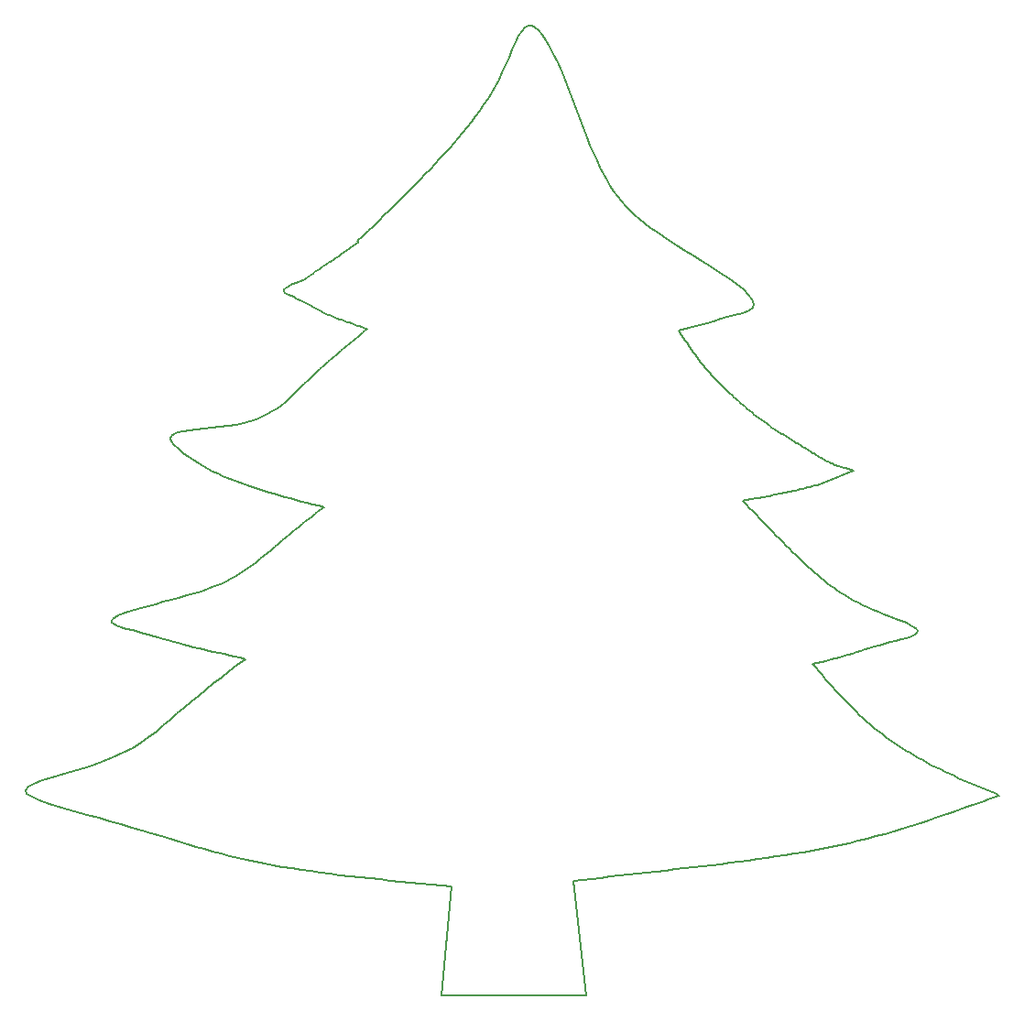
<source format=gko>
G04 #@! TF.GenerationSoftware,KiCad,Pcbnew,5.0.1*
G04 #@! TF.CreationDate,2018-11-24T16:53:29-06:00*
G04 #@! TF.ProjectId,chrimbus,636872696D6275732E6B696361645F70,rev?*
G04 #@! TF.SameCoordinates,Original*
G04 #@! TF.FileFunction,Profile,NP*
%FSLAX46Y46*%
G04 Gerber Fmt 4.6, Leading zero omitted, Abs format (unit mm)*
G04 Created by KiCad (PCBNEW 5.0.1) date Sat 24 Nov 2018 04:53:29 PM CST*
%MOMM*%
%LPD*%
G01*
G04 APERTURE LIST*
%ADD10C,0.200000*%
G04 APERTURE END LIST*
D10*
X188301315Y-86061698D02*
X188177881Y-85969246D01*
X188425259Y-86153462D02*
X188301315Y-86061698D01*
X181475454Y-77630938D02*
X181516917Y-77620469D01*
X181433985Y-77641382D02*
X181475454Y-77630938D01*
X151075583Y-69621259D02*
X151077005Y-69622875D01*
X151074138Y-69619661D02*
X151075583Y-69621259D01*
X151072673Y-69618081D02*
X151074138Y-69619661D01*
X198632074Y-103643772D02*
X198156885Y-103431878D01*
X137654287Y-90852448D02*
X138101209Y-91070475D01*
X137208163Y-90619803D02*
X137654287Y-90852448D01*
X136761241Y-90370320D02*
X137208163Y-90619803D01*
X148303918Y-71598327D02*
X148139003Y-71706244D01*
X148469376Y-71490341D02*
X148303918Y-71598327D01*
X148539173Y-71463041D02*
X148483505Y-71502380D01*
X188420851Y-93254601D02*
X188642974Y-93212272D01*
X188198715Y-93296687D02*
X188420851Y-93254601D01*
X193940226Y-125754219D02*
X194780394Y-125587502D01*
X193098060Y-125912685D02*
X193940226Y-125754219D01*
X192254065Y-126063445D02*
X193098060Y-125912685D01*
X191408410Y-126207046D02*
X192254065Y-126063445D01*
X202176196Y-105087146D02*
X201760437Y-104890317D01*
X190927095Y-98002482D02*
X190627474Y-97704139D01*
X191225196Y-98296745D02*
X190927095Y-98002482D01*
X139674353Y-107986868D02*
X140161099Y-108094377D01*
X139188319Y-107879040D02*
X139674353Y-107986868D01*
X138703353Y-107770735D02*
X139188319Y-107879040D01*
X180968902Y-78217448D02*
X180961370Y-78204900D01*
X180976425Y-78230000D02*
X180968902Y-78217448D01*
X144899001Y-74649536D02*
X145113165Y-74752306D01*
X144687529Y-74545265D02*
X144899001Y-74649536D01*
X144494589Y-74440346D02*
X144687529Y-74545265D01*
X135243298Y-102353474D02*
X134522783Y-102556254D01*
X135942978Y-102145560D02*
X135243298Y-102353474D01*
X136610720Y-101932299D02*
X135942978Y-102145560D01*
X195408974Y-91416175D02*
X195616207Y-91325367D01*
X195201045Y-91505073D02*
X195408974Y-91416175D01*
X201760437Y-104890317D02*
X201279083Y-104688682D01*
X173759641Y-63373114D02*
X173450432Y-62775116D01*
X174073928Y-63934181D02*
X173759641Y-63373114D01*
X181771841Y-79398805D02*
X181735739Y-79346383D01*
X181807950Y-79451224D02*
X181771841Y-79398805D01*
X167791068Y-50078804D02*
X167460202Y-49796817D01*
X168126945Y-50480615D02*
X167791068Y-50078804D01*
X181043835Y-78343155D02*
X181036364Y-78330570D01*
X181051302Y-78355741D02*
X181043835Y-78343155D01*
X147498014Y-75996027D02*
X147655315Y-76073496D01*
X147342448Y-75917327D02*
X147498014Y-75996027D01*
X147187816Y-75837332D02*
X147342448Y-75917327D01*
X192988070Y-89082422D02*
X192871503Y-89009903D01*
X193104708Y-89154925D02*
X192988070Y-89082422D01*
X184594299Y-76769296D02*
X185225561Y-76574209D01*
X183968403Y-76960371D02*
X184594299Y-76769296D01*
X195072505Y-101672775D02*
X194752861Y-101440620D01*
X183218493Y-81333774D02*
X183166439Y-81273700D01*
X183270629Y-81393777D02*
X183218493Y-81333774D01*
X151071189Y-69616518D02*
X151072673Y-69618081D01*
X151069688Y-69614971D02*
X151071189Y-69616518D01*
X151068169Y-69613438D02*
X151069688Y-69614971D01*
X182138303Y-77461244D02*
X182179706Y-77450539D01*
X182096899Y-77471942D02*
X182138303Y-77461244D01*
X193718617Y-92053229D02*
X193933589Y-91983788D01*
X193502691Y-92119956D02*
X193718617Y-92053229D01*
X176647399Y-67140521D02*
X176220472Y-66733655D01*
X177101431Y-67540263D02*
X176647399Y-67140521D01*
X182303904Y-77418390D02*
X182345301Y-77407663D01*
X182262506Y-77429112D02*
X182303904Y-77418390D01*
X179874541Y-69562498D02*
X179243680Y-69142494D01*
X180549027Y-69997732D02*
X179874541Y-69562498D01*
X152987798Y-67680541D02*
X152498357Y-68154265D01*
X153475710Y-67206588D02*
X152987798Y-67680541D01*
X153961710Y-66732349D02*
X153475710Y-67206588D01*
X187091028Y-85106550D02*
X186973040Y-85007353D01*
X187209571Y-85205101D02*
X187091028Y-85106550D01*
X151052360Y-69598707D02*
X151053972Y-69600146D01*
X151050744Y-69597271D02*
X151052360Y-69598707D01*
X151049126Y-69595839D02*
X151050744Y-69597271D01*
X182635056Y-77332489D02*
X182676448Y-77321744D01*
X182593664Y-77343234D02*
X182635056Y-77332489D01*
X185901160Y-76384465D02*
X186601872Y-76195807D01*
X185225561Y-76574209D02*
X185901160Y-76384465D01*
X165327927Y-51871677D02*
X165032260Y-52579791D01*
X165619514Y-51199930D02*
X165327927Y-51871677D01*
X189110375Y-96161436D02*
X188803916Y-95844736D01*
X189415966Y-96475804D02*
X189110375Y-96161436D01*
X190337392Y-87453207D02*
X190207606Y-87370002D01*
X190467356Y-87536147D02*
X190337392Y-87453207D01*
X141843096Y-92505091D02*
X142333894Y-92658792D01*
X141356712Y-92346737D02*
X141843096Y-92505091D01*
X140875109Y-92183344D02*
X141356712Y-92346737D01*
X206988784Y-119394004D02*
X206572734Y-119207576D01*
X187328683Y-85302984D02*
X187209571Y-85205101D01*
X187448359Y-85400195D02*
X187328683Y-85302984D01*
X162700381Y-56965824D02*
X162329707Y-57506357D01*
X163062139Y-56408170D02*
X162700381Y-56965824D01*
X202749439Y-105805673D02*
X202811830Y-105638379D01*
X151199178Y-77443049D02*
X151388113Y-77506269D01*
X151010676Y-77379635D02*
X151199178Y-77443049D01*
X150822715Y-77315978D02*
X151010676Y-77379635D01*
X191820795Y-88368212D02*
X191703841Y-88298009D01*
X191937720Y-88438568D02*
X191820795Y-88368212D01*
X200954644Y-116186579D02*
X200578844Y-115932779D01*
X180977425Y-77754659D02*
X181018954Y-77744453D01*
X180935894Y-77764854D02*
X180977425Y-77754659D01*
X180938726Y-78167286D02*
X180931167Y-78154755D01*
X180946281Y-78179820D02*
X180938726Y-78167286D01*
X196476432Y-102570336D02*
X196103482Y-102350034D01*
X184846690Y-83075248D02*
X184790145Y-83019383D01*
X184903336Y-83131013D02*
X184846690Y-83075248D01*
X188549707Y-86244535D02*
X188425259Y-86153462D01*
X188674650Y-86334916D02*
X188549707Y-86244535D01*
X199659527Y-104065360D02*
X199132458Y-103854840D01*
X150427600Y-70119486D02*
X150372026Y-70158958D01*
X150483189Y-70080035D02*
X150427600Y-70119486D01*
X150538790Y-70040603D02*
X150483189Y-70080035D01*
X180863086Y-78042003D02*
X180855537Y-78029465D01*
X180870640Y-78054537D02*
X180863086Y-78042003D01*
X199729406Y-106801433D02*
X200259612Y-106669933D01*
X145307366Y-73458588D02*
X145070582Y-73553194D01*
X145540564Y-73363273D02*
X145307366Y-73458588D01*
X145759418Y-73266822D02*
X145540564Y-73363273D01*
X149095588Y-71069276D02*
X149039986Y-71108708D01*
X149151176Y-71029825D02*
X149095588Y-71069276D01*
X149206750Y-70990353D02*
X149151176Y-71029825D01*
X136311929Y-90101777D02*
X136761241Y-90370320D01*
X135858632Y-89811952D02*
X136311929Y-90101777D01*
X135399755Y-89498622D02*
X135858632Y-89811952D01*
X180832941Y-77991823D02*
X180825426Y-77979265D01*
X180840465Y-78004376D02*
X180832941Y-77991823D01*
X186159569Y-84298493D02*
X186044692Y-84195676D01*
X186274705Y-84401009D02*
X186159569Y-84298493D01*
X148704408Y-80385805D02*
X148314695Y-80724436D01*
X149099389Y-80047899D02*
X148704408Y-80385805D01*
X149498979Y-79710627D02*
X149099389Y-80047899D01*
X180894361Y-77775039D02*
X180935894Y-77764854D01*
X180852825Y-77785218D02*
X180894361Y-77775039D01*
X184537141Y-72482012D02*
X183700961Y-71951459D01*
X185334994Y-73013153D02*
X184537141Y-72482012D01*
X188054963Y-85876108D02*
X187932568Y-85782285D01*
X188177881Y-85969246D02*
X188054963Y-85876108D01*
X190641136Y-92815404D02*
X190863017Y-92768984D01*
X190419223Y-92861278D02*
X190641136Y-92815404D01*
X139790596Y-86535052D02*
X139070061Y-86647870D01*
X140466986Y-86396226D02*
X139790596Y-86535052D01*
X141091914Y-86229155D02*
X140466986Y-86396226D01*
X180893330Y-78092123D02*
X180885764Y-78079596D01*
X180900899Y-78104649D02*
X180893330Y-78092123D01*
X148996672Y-76655430D02*
X149173270Y-76724174D01*
X148821806Y-76585910D02*
X148996672Y-76655430D01*
X148648779Y-76515567D02*
X148821806Y-76585910D01*
X181226538Y-77693193D02*
X181268040Y-77682882D01*
X181185031Y-77703481D02*
X181226538Y-77693193D01*
X182552272Y-77353978D02*
X182593664Y-77343234D01*
X182510879Y-77364720D02*
X182552272Y-77353978D01*
X194407324Y-89912122D02*
X194286463Y-89848858D01*
X194528883Y-89973723D02*
X194407324Y-89912122D01*
X204509928Y-118226462D02*
X204102732Y-118018929D01*
X199842003Y-115406295D02*
X199481500Y-115133177D01*
X150928272Y-69764955D02*
X150872611Y-69804305D01*
X150983936Y-69725611D02*
X150928272Y-69764955D01*
X151039603Y-69686270D02*
X150983936Y-69725611D01*
X150761305Y-69883025D02*
X150705663Y-69922400D01*
X150816955Y-69843661D02*
X150761305Y-69883025D01*
X150872611Y-69804305D02*
X150816955Y-69843661D01*
X173143546Y-62136459D02*
X172836232Y-61453419D01*
X173450432Y-62775116D02*
X173143546Y-62136459D01*
X148928748Y-71187524D02*
X148873114Y-71226911D01*
X148984372Y-71148124D02*
X148928748Y-71187524D01*
X149039986Y-71108708D02*
X148984372Y-71148124D01*
X132633775Y-106247553D02*
X133087737Y-106376170D01*
X132174289Y-106116510D02*
X132633775Y-106247553D01*
X131706372Y-105982960D02*
X132174289Y-106116510D01*
X194752861Y-101440620D02*
X194442589Y-101204790D01*
X181269892Y-70451922D02*
X180549027Y-69997732D01*
X182039891Y-70928794D02*
X181269892Y-70451922D01*
X144336051Y-74335636D02*
X144494589Y-74440346D01*
X144227785Y-74231988D02*
X144336051Y-74335636D01*
X144185477Y-74130251D02*
X144227785Y-74231988D01*
X175817897Y-66315938D02*
X175436920Y-65883644D01*
X176220472Y-66733655D02*
X175817897Y-66315938D01*
X196234728Y-91044208D02*
X196440173Y-90948487D01*
X196028985Y-91139110D02*
X196234728Y-91044208D01*
X190597467Y-87618864D02*
X190467356Y-87536147D01*
X190727697Y-87701405D02*
X190597467Y-87618864D01*
X194166246Y-89784068D02*
X194046623Y-89717889D01*
X194286463Y-89848858D02*
X194166246Y-89784068D01*
X194592850Y-110403751D02*
X194288814Y-110061800D01*
X151047506Y-69594411D02*
X151049126Y-69595839D01*
X151045884Y-69592986D02*
X151047506Y-69594411D01*
X151044260Y-69591563D02*
X151045884Y-69592986D01*
X182386697Y-77396932D02*
X182428092Y-77386198D01*
X182345301Y-77407663D02*
X182386697Y-77396932D01*
X194147537Y-91911468D02*
X194360390Y-91836104D01*
X193933589Y-91983788D02*
X194147537Y-91911468D01*
X185472901Y-83678572D02*
X185358802Y-83574849D01*
X185587037Y-83782251D02*
X185472901Y-83678572D01*
X182281152Y-80129973D02*
X182244316Y-80078070D01*
X182318080Y-80181812D02*
X182281152Y-80129973D01*
X183852364Y-82046565D02*
X183798716Y-81987898D01*
X183906177Y-82105081D02*
X183852364Y-82046565D01*
X181060479Y-77734234D02*
X181102000Y-77724000D01*
X181018954Y-77744453D02*
X181060479Y-77734234D01*
X177585321Y-67936605D02*
X177101431Y-67540263D01*
X178101824Y-68333273D02*
X177585321Y-67936605D01*
X184621229Y-82851069D02*
X184565201Y-82794688D01*
X184677403Y-82907304D02*
X184621229Y-82851069D01*
X138438333Y-109896586D02*
X137715735Y-110460763D01*
X139169947Y-109331911D02*
X138438333Y-109896586D01*
X139907571Y-108766903D02*
X139169947Y-109331911D01*
X187644295Y-75356729D02*
X187511671Y-74960199D01*
X187549155Y-75698826D02*
X187644295Y-75356729D01*
X194572094Y-91757577D02*
X194782704Y-91676047D01*
X194360390Y-91836104D02*
X194572094Y-91757577D01*
X133063655Y-102947257D02*
X132347250Y-103135905D01*
X133792534Y-102754111D02*
X133063655Y-102947257D01*
X134522783Y-102556254D02*
X133792534Y-102754111D01*
X197164540Y-107571558D02*
X197544684Y-107447024D01*
X151516418Y-69101259D02*
X151024683Y-69574641D01*
X152007770Y-68627819D02*
X151516418Y-69101259D01*
X152498357Y-68154265D02*
X152007770Y-68627819D01*
X181807002Y-77546577D02*
X181848425Y-77535950D01*
X181765576Y-77557189D02*
X181807002Y-77546577D01*
X137236295Y-101713500D02*
X136610720Y-101932299D01*
X137818185Y-101489166D02*
X137236295Y-101713500D01*
X138359854Y-101259412D02*
X137818185Y-101489166D01*
X193455569Y-89370964D02*
X193338406Y-89299333D01*
X193573012Y-89442029D02*
X193455569Y-89370964D01*
X150260927Y-70237968D02*
X150205404Y-70277511D01*
X150316468Y-70198451D02*
X150260927Y-70237968D01*
X150372026Y-70158958D02*
X150316468Y-70198451D01*
X128465435Y-104974739D02*
X128764140Y-105125931D01*
X128311846Y-104821587D02*
X128465435Y-104974739D01*
X128292862Y-104666268D02*
X128311846Y-104821587D01*
X197544684Y-107447024D02*
X197934744Y-107320443D01*
X202544089Y-105964419D02*
X202749439Y-105805673D01*
X193382363Y-109029052D02*
X193081156Y-108683654D01*
X198092814Y-113975634D02*
X197757665Y-113671599D01*
X185073771Y-83297816D02*
X185016888Y-83242286D01*
X185130709Y-83353290D02*
X185073771Y-83297816D01*
X195207201Y-108153018D02*
X195616353Y-108042300D01*
X183960156Y-82163445D02*
X183906177Y-82105081D01*
X184014302Y-82221653D02*
X183960156Y-82163445D01*
X198156885Y-103431878D02*
X197705309Y-103218872D01*
X197099810Y-113048363D02*
X196776540Y-112729851D01*
X180817919Y-77966703D02*
X180810419Y-77954136D01*
X180825426Y-77979265D02*
X180817919Y-77966703D01*
X202108343Y-116912807D02*
X201719662Y-116676377D01*
X180847997Y-78016923D02*
X180840465Y-78004376D01*
X180855537Y-78029465D02*
X180847997Y-78016923D01*
X196787544Y-107693658D02*
X197164540Y-107571558D01*
X166506988Y-49799159D02*
X166205352Y-50124361D01*
X166817231Y-49644057D02*
X166506988Y-49799159D01*
X171885982Y-59108898D02*
X171556449Y-58242868D01*
X172209350Y-59939507D02*
X171885982Y-59108898D01*
X122839251Y-119128881D02*
X121874834Y-119438465D01*
X123931517Y-118808113D02*
X122839251Y-119128881D01*
X125093330Y-118471393D02*
X123931517Y-118808113D01*
X121650778Y-121304881D02*
X122590126Y-121632441D01*
X120917347Y-120979825D02*
X121650778Y-121304881D01*
X120455915Y-120659921D02*
X120917347Y-120979825D01*
X172525734Y-60722269D02*
X172209350Y-59939507D01*
X172836232Y-61453419D02*
X172525734Y-60722269D01*
X129696628Y-105422107D02*
X130222960Y-105566461D01*
X129192022Y-105275155D02*
X129696628Y-105422107D01*
X128764140Y-105125931D02*
X129192022Y-105275155D01*
X144629894Y-73742015D02*
X144447807Y-73837099D01*
X144841122Y-73647525D02*
X144629894Y-73742015D01*
X145070582Y-73553194D02*
X144841122Y-73647525D01*
X193927539Y-89650459D02*
X193808945Y-89581913D01*
X194046623Y-89717889D02*
X193927539Y-89650459D01*
X195148962Y-90251966D02*
X195023134Y-90200743D01*
X195275794Y-90300719D02*
X195148962Y-90251966D01*
X144214690Y-74030783D02*
X144185477Y-74130251D01*
X144305769Y-73933210D02*
X144214690Y-74030783D01*
X144447807Y-73837099D02*
X144305769Y-73933210D01*
X175074789Y-65433047D02*
X174728748Y-64960421D01*
X175436920Y-65883644D02*
X175074789Y-65433047D01*
X180953829Y-78192358D02*
X180946281Y-78179820D01*
X180961370Y-78204900D02*
X180953829Y-78192358D01*
X144377758Y-84441336D02*
X143994595Y-84748219D01*
X144743752Y-84122918D02*
X144377758Y-84441336D01*
X145096920Y-83795075D02*
X144743752Y-84122918D01*
X180811289Y-77795391D02*
X180852825Y-77785218D01*
X180769751Y-77805560D02*
X180811289Y-77795391D01*
X147812974Y-71921585D02*
X147652946Y-72028870D01*
X147975174Y-71814020D02*
X147812974Y-71921585D01*
X148139003Y-71706244D02*
X147975174Y-71814020D01*
X148477701Y-76444352D02*
X148648779Y-76515567D01*
X148308678Y-76372216D02*
X148477701Y-76444352D01*
X148141820Y-76299111D02*
X148308678Y-76372216D01*
X187194961Y-75977387D02*
X187549155Y-75698826D01*
X186601872Y-76195807D02*
X187194961Y-75977387D01*
X146562587Y-75503072D02*
X146721503Y-75588911D01*
X146400595Y-75415608D02*
X146562587Y-75503072D01*
X146234725Y-75326453D02*
X146400595Y-75415608D01*
X168466902Y-50989312D02*
X168126945Y-50480615D01*
X168810009Y-51591957D02*
X168466902Y-50989312D01*
X182429347Y-80336984D02*
X182392184Y-80285312D01*
X182466576Y-80388609D02*
X182429347Y-80336984D01*
X200259612Y-106669933D02*
X200799330Y-106536764D01*
X200753942Y-104483283D02*
X200206821Y-104275162D01*
X202723700Y-105462219D02*
X202504553Y-105278127D01*
X161166584Y-59047608D02*
X160762641Y-59542036D01*
X161562569Y-58545011D02*
X161166584Y-59047608D01*
X164728801Y-53284751D02*
X164415217Y-53961581D01*
X165032260Y-52579791D02*
X164728801Y-53284751D01*
X191084854Y-92721967D02*
X191306588Y-92674216D01*
X190863017Y-92768984D02*
X191084854Y-92721967D01*
X136781298Y-107329562D02*
X137258428Y-107441366D01*
X136307016Y-107216485D02*
X136781298Y-107329562D01*
X135835940Y-107101977D02*
X136307016Y-107216485D01*
X151079785Y-69626165D02*
X151081144Y-69627836D01*
X151078406Y-69624511D02*
X151079785Y-69626165D01*
X151077005Y-69622875D02*
X151078406Y-69624511D01*
X195822844Y-91232921D02*
X196028985Y-91139110D01*
X195616207Y-91325367D02*
X195822844Y-91232921D01*
X189306553Y-86776399D02*
X189179251Y-86689471D01*
X189434270Y-86862706D02*
X189306553Y-86776399D01*
X147033316Y-75755974D02*
X147187816Y-75837332D01*
X146878145Y-75673189D02*
X147033316Y-75755974D01*
X146721503Y-75588911D02*
X146878145Y-75673189D01*
X139003823Y-91471568D02*
X139462670Y-91659045D01*
X138550523Y-91276108D02*
X139003823Y-91471568D01*
X138101209Y-91070475D02*
X138550523Y-91276108D01*
X203697951Y-117807120D02*
X203295854Y-117590820D01*
X133990719Y-106626447D02*
X134445503Y-106748271D01*
X133539083Y-106502441D02*
X133990719Y-106626447D01*
X133087737Y-106376170D02*
X133539083Y-106502441D01*
X146706845Y-127824555D02*
X147597413Y-127947881D01*
X145825617Y-127695674D02*
X146706845Y-127824555D01*
X144954394Y-127560841D02*
X145825617Y-127695674D01*
X144093845Y-127419659D02*
X144954394Y-127560841D01*
X151061956Y-69607436D02*
X151063528Y-69608919D01*
X151060375Y-69605962D02*
X151061956Y-69607436D01*
X151058784Y-69604497D02*
X151060375Y-69605962D01*
X193683853Y-109374106D02*
X193382363Y-109029052D01*
X198432490Y-114274154D02*
X198092814Y-113975634D01*
X167135279Y-49647589D02*
X166817231Y-49644057D01*
X167460202Y-49796817D02*
X167135279Y-49647589D01*
X201719662Y-116676377D02*
X201335007Y-116434373D01*
X197287220Y-125032380D02*
X198117706Y-124827195D01*
X196454060Y-125227129D02*
X197287220Y-125032380D01*
X195618395Y-125411988D02*
X196454060Y-125227129D01*
X194780394Y-125587502D02*
X195618395Y-125411988D01*
X154036851Y-128688947D02*
X154978118Y-128782116D01*
X153099587Y-128593398D02*
X154036851Y-128688947D01*
X152166993Y-128495070D02*
X153099587Y-128593398D01*
X151239735Y-128393569D02*
X152166993Y-128495070D01*
X173526632Y-128437695D02*
X174377953Y-128343208D01*
X172675361Y-128531956D02*
X173526632Y-128437695D01*
X171824125Y-128626068D02*
X172675361Y-128531956D01*
X170972906Y-128720105D02*
X171824125Y-128626068D01*
X132416469Y-114901579D02*
X131730900Y-115423261D01*
X133071003Y-114366484D02*
X132416469Y-114901579D01*
X133707217Y-113820818D02*
X133071003Y-114366484D01*
X208240336Y-119938397D02*
X207822665Y-119759078D01*
X207822665Y-119759078D02*
X207405456Y-119577727D01*
X193985909Y-109718470D02*
X193683853Y-109374106D01*
X180998948Y-78267687D02*
X180991448Y-78255120D01*
X181006442Y-78280257D02*
X180998948Y-78267687D01*
X146722184Y-95094532D02*
X146326987Y-95406791D01*
X147119742Y-94781324D02*
X146722184Y-95094532D01*
X147518872Y-94467483D02*
X147119742Y-94781324D01*
X147918789Y-94153327D02*
X147518872Y-94467483D01*
X147403715Y-94025214D02*
X147918789Y-94153327D01*
X146889009Y-93896714D02*
X147403715Y-94025214D01*
X182061471Y-79817610D02*
X182025121Y-79765363D01*
X182097885Y-79869813D02*
X182061471Y-79817610D01*
X145546817Y-96027201D02*
X145163418Y-96334719D01*
X145934935Y-95717787D02*
X145546817Y-96027201D01*
X146326987Y-95406791D02*
X145934935Y-95717787D01*
X191352851Y-88088068D02*
X191235828Y-88018224D01*
X191469864Y-88157963D02*
X191352851Y-88088068D01*
X182221107Y-77439828D02*
X182262506Y-77429112D01*
X182179706Y-77450539D02*
X182221107Y-77439828D01*
X206157491Y-119018172D02*
X205743320Y-118825575D01*
X182503864Y-80440193D02*
X182466576Y-80388609D01*
X182541204Y-80491739D02*
X182503864Y-80440193D01*
X181972673Y-77503991D02*
X182014084Y-77493316D01*
X181931260Y-77514655D02*
X181972673Y-77503991D01*
X163414741Y-55831156D02*
X163062139Y-56408170D01*
X163757948Y-55232546D02*
X163414741Y-55831156D01*
X192754954Y-88937505D02*
X192638372Y-88865363D01*
X192871503Y-89009903D02*
X192754954Y-88937505D01*
X181073692Y-78393507D02*
X181066230Y-78380918D01*
X181081154Y-78406097D02*
X181073692Y-78393507D01*
X203295854Y-117590820D02*
X202896707Y-117369812D01*
X188496697Y-95525997D02*
X188188827Y-95205510D01*
X188803916Y-95844736D02*
X188496697Y-95525997D01*
X191586862Y-88227935D02*
X191469864Y-88157963D01*
X191703841Y-88298009D02*
X191586862Y-88227935D01*
X181392509Y-77651798D02*
X181433985Y-77641382D01*
X181351026Y-77662186D02*
X181392509Y-77651798D01*
X192411239Y-92418648D02*
X192630869Y-92363019D01*
X192191081Y-92472552D02*
X192411239Y-92418648D01*
X187976565Y-93338561D02*
X188198715Y-93296687D01*
X187754405Y-93380253D02*
X187976565Y-93338561D01*
X120331699Y-120347764D02*
X120455915Y-120659921D01*
X120562756Y-120043141D02*
X120331699Y-120347764D01*
X121096568Y-119741630D02*
X120562756Y-120043141D01*
X121874834Y-119438465D02*
X121096568Y-119741630D01*
X150635403Y-77252031D02*
X150822715Y-77315978D01*
X150448848Y-77187745D02*
X150635403Y-77252031D01*
X150263160Y-77123071D02*
X150448848Y-77187745D01*
X202500781Y-117143880D02*
X202108343Y-116912807D01*
X143159396Y-85318944D02*
X142698675Y-85578567D01*
X143589922Y-85041459D02*
X143159396Y-85318944D01*
X143994595Y-84748219D02*
X143589922Y-85041459D01*
X180983940Y-78242558D02*
X180976425Y-78230000D01*
X180991448Y-78255120D02*
X180983940Y-78242558D01*
X194288814Y-110061800D02*
X193985909Y-109718470D01*
X181916380Y-79608404D02*
X181880212Y-79556028D01*
X181952583Y-79660755D02*
X181916380Y-79608404D01*
X154445417Y-66257769D02*
X153961710Y-66732349D01*
X154926448Y-65782789D02*
X154445417Y-66257769D01*
X155404420Y-65307353D02*
X154926448Y-65782789D01*
X181699634Y-79293961D02*
X181663521Y-79241546D01*
X181735739Y-79346383D02*
X181699634Y-79293961D01*
X181482569Y-78979739D02*
X181446252Y-78927466D01*
X181518835Y-79032047D02*
X181482569Y-78979739D01*
X161950356Y-58032007D02*
X161562569Y-58545011D01*
X162329707Y-57506357D02*
X161950356Y-58032007D01*
X193081156Y-108683654D02*
X193512204Y-108579196D01*
X200592630Y-124147846D02*
X201412619Y-123902191D01*
X199770279Y-124384402D02*
X200592630Y-124147846D01*
X198945369Y-124611103D02*
X199770279Y-124384402D01*
X198117706Y-124827195D02*
X198945369Y-124611103D01*
X188865080Y-93169671D02*
X189087168Y-93126767D01*
X188642974Y-93212272D02*
X188865080Y-93169671D01*
X195403600Y-90347072D02*
X195275794Y-90300719D01*
X195532300Y-90391223D02*
X195403600Y-90347072D01*
X199126550Y-114853270D02*
X198776974Y-114566815D01*
X201335007Y-116434373D02*
X200954644Y-116186579D01*
X151095271Y-69646931D02*
X151039603Y-69686270D01*
X151094020Y-69645167D02*
X151095271Y-69646931D01*
X151092766Y-69643404D02*
X151094020Y-69645167D01*
X187568593Y-85496733D02*
X187448359Y-85400195D01*
X187689376Y-85592595D02*
X187568593Y-85496733D01*
X145516429Y-74951597D02*
X145705829Y-75048178D01*
X145319142Y-74852995D02*
X145516429Y-74951597D01*
X145113165Y-74752306D02*
X145319142Y-74852995D01*
X171221682Y-57354357D02*
X170882613Y-56456299D01*
X171556449Y-58242868D02*
X171221682Y-57354357D01*
X176932397Y-128057648D02*
X177784095Y-127961511D01*
X176080819Y-128153259D02*
X176932397Y-128057648D01*
X175229343Y-128248421D02*
X176080819Y-128153259D01*
X174377953Y-128343208D02*
X175229343Y-128248421D01*
X164091520Y-54610100D02*
X163757948Y-55232546D01*
X164415217Y-53961581D02*
X164091520Y-54610100D01*
X187810704Y-85687780D02*
X187689376Y-85592595D01*
X187932568Y-85782285D02*
X187810704Y-85687780D01*
X203860384Y-123118223D02*
X204672893Y-122843759D01*
X203046299Y-123386622D02*
X203860384Y-123118223D01*
X202230443Y-123648197D02*
X203046299Y-123386622D01*
X201412619Y-123902191D02*
X202230443Y-123648197D01*
X192849900Y-92305500D02*
X193068262Y-92245926D01*
X192630869Y-92363019D02*
X192849900Y-92305500D01*
X150094409Y-70356669D02*
X150038932Y-70396277D01*
X150149898Y-70317079D02*
X150094409Y-70356669D01*
X150205404Y-70277511D02*
X150149898Y-70317079D01*
X198771687Y-107062700D02*
X199232106Y-106932314D01*
X200207874Y-115672757D02*
X199842003Y-115406295D01*
X197426757Y-113362394D02*
X197099810Y-113048363D01*
X180802925Y-77941566D02*
X180795437Y-77928992D01*
X180810419Y-77954136D02*
X180802925Y-77941566D01*
X200578844Y-115932779D02*
X200207874Y-115672757D01*
X155878952Y-64831403D02*
X155404420Y-65307353D01*
X156349661Y-64354883D02*
X155878952Y-64831403D01*
X156816166Y-63877735D02*
X156349661Y-64354883D01*
X195205447Y-111082139D02*
X194898300Y-110743979D01*
X196139900Y-112080762D02*
X195825964Y-111750875D01*
X181058767Y-78368329D02*
X181051302Y-78355741D01*
X181066230Y-78380918D02*
X181058767Y-78368329D01*
X180773002Y-77891253D02*
X180765532Y-77878669D01*
X180780476Y-77903835D02*
X180773002Y-77891253D01*
X202811830Y-105638379D02*
X202723700Y-105462219D01*
X195825964Y-111750875D02*
X195514574Y-111417886D01*
X198341489Y-107192206D02*
X198771687Y-107062700D01*
X196456665Y-112407202D02*
X196139900Y-112080762D01*
X184398103Y-82624564D02*
X184342755Y-82567509D01*
X184453629Y-82681445D02*
X184398103Y-82624564D01*
X165910747Y-50604256D02*
X165619514Y-51199930D01*
X166205352Y-50124361D02*
X165910747Y-50604256D01*
X183326895Y-77143265D02*
X183968403Y-76960371D01*
X182676448Y-77321744D02*
X183326895Y-77143265D01*
X200799330Y-106536764D02*
X201323099Y-106400776D01*
X209914094Y-120642125D02*
X209495347Y-120467548D01*
X184509330Y-82738151D02*
X184453629Y-82681445D01*
X184565201Y-82794688D02*
X184509330Y-82738151D01*
X189720580Y-96787550D02*
X189415966Y-96475804D01*
X190024108Y-97096382D02*
X189720580Y-96787550D01*
X197275763Y-103004470D02*
X196866665Y-102788386D01*
X151027952Y-69577451D02*
X151029587Y-69578856D01*
X151026318Y-69576046D02*
X151027952Y-69577451D01*
X151024683Y-69574641D02*
X151026318Y-69576046D01*
X204102732Y-118018929D02*
X203697951Y-117807120D01*
X202896707Y-117369812D02*
X202500781Y-117143880D01*
X186390138Y-84503180D02*
X186274705Y-84401009D01*
X186505903Y-84604963D02*
X186390138Y-84503180D01*
X135368424Y-106985877D02*
X135835940Y-107101977D01*
X134904827Y-106868028D02*
X135368424Y-106985877D01*
X134445503Y-106748271D02*
X134904827Y-106868028D01*
X151066636Y-69611919D02*
X151068169Y-69613438D01*
X151065088Y-69610413D02*
X151066636Y-69611919D01*
X151063528Y-69608919D02*
X151065088Y-69610413D01*
X201805456Y-106260822D02*
X202220940Y-106115752D01*
X184287581Y-82510282D02*
X184232582Y-82452886D01*
X184342755Y-82567509D02*
X184287581Y-82510282D01*
X185930038Y-84092600D02*
X185815568Y-83989308D01*
X186044692Y-84195676D02*
X185930038Y-84092600D01*
X186855571Y-84907553D02*
X186738583Y-84807192D01*
X186973040Y-85007353D02*
X186855571Y-84907553D01*
X148594840Y-71423700D02*
X148539173Y-71463041D01*
X148650504Y-71384356D02*
X148594840Y-71423700D01*
X148706165Y-71345006D02*
X148650504Y-71384356D01*
X144841218Y-93371081D02*
X145350775Y-93505009D01*
X144333868Y-93234826D02*
X144841218Y-93371081D01*
X143829093Y-93095858D02*
X144333868Y-93234826D01*
X189753309Y-92995932D02*
X189975308Y-92951512D01*
X189531285Y-93039927D02*
X189753309Y-92995932D01*
X147341578Y-72242317D02*
X147191324Y-72348339D01*
X147495633Y-72135804D02*
X147341578Y-72242317D01*
X147652946Y-72028870D02*
X147495633Y-72135804D01*
X193221469Y-89227275D02*
X193104708Y-89154925D01*
X193338406Y-89299333D02*
X193221469Y-89227275D01*
X139974478Y-126604634D02*
X140771724Y-126783506D01*
X139189571Y-126417233D02*
X139974478Y-126604634D01*
X138412840Y-126221325D02*
X139189571Y-126417233D01*
X137639973Y-126016942D02*
X138412840Y-126221325D01*
X191118800Y-87948406D02*
X190988393Y-87866131D01*
X191235828Y-88018224D02*
X191118800Y-87948406D01*
X145441606Y-83459917D02*
X145096920Y-83795075D01*
X145782151Y-83119554D02*
X145441606Y-83459917D01*
X146122897Y-82776095D02*
X145782151Y-83119554D01*
X193512204Y-108579196D02*
X193941792Y-108474321D01*
X193285882Y-92184133D02*
X193502691Y-92119956D01*
X193068262Y-92245926D02*
X193285882Y-92184133D01*
X205330490Y-118629569D02*
X204919270Y-118429937D01*
X199232106Y-106932314D02*
X199729406Y-106801433D01*
X146064175Y-75235540D02*
X146234725Y-75326453D01*
X145888144Y-75142803D02*
X146064175Y-75235540D01*
X145705829Y-75048178D02*
X145888144Y-75142803D01*
X186062945Y-73535713D02*
X185334994Y-73013153D01*
X186689424Y-74040521D02*
X186062945Y-73535713D01*
X143327260Y-92953788D02*
X143829093Y-93095858D01*
X142828738Y-92808229D02*
X143327260Y-92953788D01*
X142333894Y-92658792D02*
X142828738Y-92808229D01*
X189819607Y-87118348D02*
X189690826Y-87033636D01*
X189948684Y-87202617D02*
X189819607Y-87118348D01*
X137573472Y-86822208D02*
X136836712Y-86897401D01*
X138324471Y-86741310D02*
X137573472Y-86822208D01*
X139070061Y-86647870D02*
X138324471Y-86741310D01*
X138219812Y-107661794D02*
X138703353Y-107770735D01*
X137738052Y-107552057D02*
X138219812Y-107661794D01*
X137258428Y-107441366D02*
X137738052Y-107552057D01*
X128397380Y-104508570D02*
X128292862Y-104666268D01*
X128614297Y-104348281D02*
X128397380Y-104508570D01*
X128932511Y-104185189D02*
X128614297Y-104348281D01*
X183745232Y-81929083D02*
X183691911Y-81870122D01*
X183798716Y-81987898D02*
X183745232Y-81929083D01*
X142339609Y-98689602D02*
X142006343Y-98967102D01*
X142671415Y-98407972D02*
X142339609Y-98689602D01*
X143005285Y-98122328D02*
X142671415Y-98407972D01*
X143244637Y-127271731D02*
X144093845Y-127419659D01*
X142407436Y-127116661D02*
X143244637Y-127271731D01*
X141582909Y-126954051D02*
X142407436Y-127116661D01*
X140771724Y-126783506D02*
X141582909Y-126954051D01*
X134933711Y-89159570D02*
X135399755Y-89498622D01*
X134473446Y-88798979D02*
X134933711Y-89159570D01*
X134077391Y-88441070D02*
X134473446Y-88798979D01*
X190326443Y-97402009D02*
X190024108Y-97096382D01*
X190627474Y-97704139D02*
X190326443Y-97402009D01*
X148761821Y-71305650D02*
X148706165Y-71345006D01*
X148817471Y-71266285D02*
X148761821Y-71305650D01*
X148873114Y-71226911D02*
X148817471Y-71266285D01*
X181988828Y-79713076D02*
X181952583Y-79660755D01*
X182025121Y-79765363D02*
X181988828Y-79713076D01*
X147977235Y-76224988D02*
X148141820Y-76299111D01*
X147815031Y-76149799D02*
X147977235Y-76224988D01*
X147655315Y-76073496D02*
X147815031Y-76149799D01*
X181724145Y-77567784D02*
X181765576Y-77557189D01*
X181682710Y-77578362D02*
X181724145Y-77567784D01*
X181028890Y-78317988D02*
X181021412Y-78305408D01*
X181036364Y-78330570D02*
X181028890Y-78317988D01*
X150594404Y-70001187D02*
X150538790Y-70040603D01*
X150650029Y-69961787D02*
X150594404Y-70001187D01*
X150705663Y-69922400D02*
X150650029Y-69961787D01*
X191521669Y-98586637D02*
X191225196Y-98296745D01*
X191816406Y-98871867D02*
X191521669Y-98586637D01*
X183322858Y-81453698D02*
X183270629Y-81393777D01*
X183375189Y-81513529D02*
X183322858Y-81453698D01*
X192054610Y-88509103D02*
X191937720Y-88438568D01*
X192171461Y-88579843D02*
X192054610Y-88509103D01*
X181117746Y-78458176D02*
X181081154Y-78406097D01*
X181154334Y-78510258D02*
X181117746Y-78458176D01*
X187880415Y-94883565D02*
X187571568Y-94560456D01*
X188188827Y-95205510D02*
X187880415Y-94883565D01*
X149595309Y-70713410D02*
X149539844Y-70753034D01*
X149650767Y-70673775D02*
X149595309Y-70713410D01*
X149706218Y-70634130D02*
X149650767Y-70673775D01*
X181013930Y-78292831D02*
X181006442Y-78280257D01*
X181021412Y-78305408D02*
X181013930Y-78292831D01*
X134054127Y-87427077D02*
X133815383Y-87611611D01*
X134424992Y-87277858D02*
X134054127Y-87427077D01*
X134908330Y-87157118D02*
X134424992Y-87277858D01*
X209076754Y-120292293D02*
X208658392Y-120116023D01*
X151057186Y-69603041D02*
X151058784Y-69604497D01*
X151055582Y-69601590D02*
X151057186Y-69603041D01*
X151053972Y-69600146D02*
X151055582Y-69601590D01*
X133682715Y-124869049D02*
X134500926Y-125115315D01*
X132842503Y-124614505D02*
X133682715Y-124869049D01*
X131975979Y-124351715D02*
X132842503Y-124614505D01*
X131078832Y-124080714D02*
X131975979Y-124351715D01*
X141669276Y-86035782D02*
X141091914Y-86229155D01*
X142203416Y-85818216D02*
X141669276Y-86035782D01*
X142698675Y-85578567D02*
X142203416Y-85818216D01*
X150078445Y-77057961D02*
X150263160Y-77123071D01*
X149894813Y-76992367D02*
X150078445Y-77057961D01*
X149712371Y-76926239D02*
X149894813Y-76992367D01*
X151042635Y-69590143D02*
X151044260Y-69591563D01*
X151041008Y-69588726D02*
X151042635Y-69590143D01*
X151039379Y-69587311D02*
X151041008Y-69588726D01*
X143344744Y-97832789D02*
X143005285Y-98122328D01*
X143692748Y-97539498D02*
X143344744Y-97832789D01*
X144049403Y-97242729D02*
X143692748Y-97539498D01*
X182803504Y-80851916D02*
X182765980Y-80800499D01*
X182855269Y-80912243D02*
X182803504Y-80851916D01*
X178653693Y-68733995D02*
X178101824Y-68333273D01*
X179243680Y-69142494D02*
X178653693Y-68733995D01*
X181309537Y-77672547D02*
X181351026Y-77662186D01*
X181268040Y-77682882D02*
X181309537Y-77672547D01*
X197934744Y-107320443D02*
X198341489Y-107192206D01*
X180758065Y-77866082D02*
X180750600Y-77853495D01*
X180765532Y-77878669D02*
X180758065Y-77866082D01*
X180743136Y-77840906D02*
X180735674Y-77828317D01*
X180750600Y-77853495D02*
X180743136Y-77840906D01*
X133812842Y-88113972D02*
X134077391Y-88441070D01*
X133728405Y-87838297D02*
X133812842Y-88113972D01*
X133815383Y-87611611D02*
X133728405Y-87838297D01*
X193941792Y-108474321D02*
X194368461Y-108368611D01*
X170540173Y-55561633D02*
X170195294Y-54683294D01*
X170882613Y-56456299D02*
X170540173Y-55561633D01*
X195661812Y-90433373D02*
X195532300Y-90391223D01*
X195792054Y-90473722D02*
X195661812Y-90433373D01*
X192689115Y-99696673D02*
X192400234Y-99427176D01*
X192976396Y-99960538D02*
X192689115Y-99696673D01*
X202220940Y-106115752D02*
X202544089Y-105964419D01*
X181889844Y-77525309D02*
X181931260Y-77514655D01*
X181848425Y-77535950D02*
X181889844Y-77525309D01*
X200206821Y-104275162D02*
X199659527Y-104065360D01*
X188800083Y-86424601D02*
X188674650Y-86334916D01*
X188925999Y-86513589D02*
X188800083Y-86424601D01*
X147553706Y-81404239D02*
X147183746Y-81745591D01*
X147930908Y-81063884D02*
X147553706Y-81404239D01*
X148314695Y-80724436D02*
X147930908Y-81063884D01*
X187532236Y-93421794D02*
X187754405Y-93380253D01*
X187310060Y-93463213D02*
X187532236Y-93421794D01*
X182653474Y-80646202D02*
X182616016Y-80594739D01*
X182690959Y-80697647D02*
X182653474Y-80646202D01*
X149761665Y-70594481D02*
X149706218Y-70634130D01*
X149817111Y-70554830D02*
X149761665Y-70594481D01*
X149872559Y-70515181D02*
X149817111Y-70554830D01*
X192521728Y-88793548D02*
X192405025Y-88722040D01*
X192638372Y-88865363D02*
X192521728Y-88793548D01*
X141321339Y-99509243D02*
X140962552Y-99773650D01*
X141668095Y-99240355D02*
X141321339Y-99509243D01*
X142006343Y-98967102D02*
X141668095Y-99240355D01*
X181627392Y-79189141D02*
X181591239Y-79136754D01*
X181663521Y-79241546D02*
X181627392Y-79189141D01*
X181190911Y-78562348D02*
X181154334Y-78510258D01*
X181227473Y-78614448D02*
X181190911Y-78562348D01*
X196717399Y-90722537D02*
X196584314Y-90689193D01*
X196850566Y-90755680D02*
X196717399Y-90722537D01*
X194790750Y-108261649D02*
X195207201Y-108153018D01*
X194898300Y-110743979D02*
X194592850Y-110403751D01*
X194442589Y-101204790D02*
X194140104Y-100965000D01*
X196776540Y-112729851D02*
X196456665Y-112407202D01*
X151087705Y-69636396D02*
X151088981Y-69638139D01*
X151086419Y-69634661D02*
X151087705Y-69636396D01*
X151085121Y-69632937D02*
X151086419Y-69634661D01*
X180908468Y-78117174D02*
X180900899Y-78104649D01*
X180916036Y-78129700D02*
X180908468Y-78117174D01*
X183638750Y-81811017D02*
X183585750Y-81751772D01*
X183691911Y-81870122D02*
X183638750Y-81811017D01*
X186643507Y-93587047D02*
X186865694Y-93545809D01*
X186953005Y-93911905D02*
X186643507Y-93587047D01*
X150318482Y-128288496D02*
X151239735Y-128393569D01*
X149403899Y-128179455D02*
X150318482Y-128288496D01*
X148496653Y-128066049D02*
X149403899Y-128179455D01*
X147597413Y-127947881D02*
X148496653Y-128066049D01*
X209495347Y-120467548D02*
X209076754Y-120292293D01*
X193690786Y-89512391D02*
X193573012Y-89442029D01*
X193808945Y-89581913D02*
X193690786Y-89512391D01*
X194651191Y-90033522D02*
X194528883Y-89973723D01*
X194774301Y-90091383D02*
X194651191Y-90033522D01*
X183427634Y-81573261D02*
X183375189Y-81513529D01*
X183480202Y-81632885D02*
X183427634Y-81573261D01*
X146468188Y-82431651D02*
X146122897Y-82776095D01*
X146821687Y-82088032D02*
X146468188Y-82431651D01*
X147183746Y-81745591D02*
X146821687Y-82088032D01*
X181558373Y-77609976D02*
X181599824Y-77599459D01*
X181516917Y-77620469D02*
X181558373Y-77609976D01*
X202504553Y-105278127D02*
X202176196Y-105087146D01*
X194898264Y-90147169D02*
X194774301Y-90091383D01*
X195023134Y-90200743D02*
X194898264Y-90147169D01*
X184177755Y-82395322D02*
X184123101Y-82337594D01*
X184232582Y-82452886D02*
X184177755Y-82395322D01*
X195616353Y-108042300D02*
X196016747Y-107929077D01*
X190561265Y-126344035D02*
X191408410Y-126207046D01*
X189712797Y-126474956D02*
X190561265Y-126344035D01*
X188863176Y-126600357D02*
X189712797Y-126474956D01*
X188012572Y-126720784D02*
X188863176Y-126600357D01*
X184960073Y-83186689D02*
X184903336Y-83131013D01*
X185016888Y-83242286D02*
X184960073Y-83186689D01*
X210332918Y-120816363D02*
X209914094Y-120642125D01*
X130215780Y-116415022D02*
X129360796Y-116879420D01*
X131001576Y-115928689D02*
X130215780Y-116415022D01*
X131730900Y-115423261D02*
X131001576Y-115928689D01*
X126266389Y-118113958D02*
X125093330Y-118471393D01*
X127392390Y-117731040D02*
X126266389Y-118113958D01*
X128423904Y-117319039D02*
X127392390Y-117731040D01*
X129360796Y-116879420D02*
X128423904Y-117319039D01*
X207405456Y-119577727D02*
X206988784Y-119394004D01*
X196186356Y-90585961D02*
X196054408Y-90549815D01*
X196318711Y-90621106D02*
X196186356Y-90585961D01*
X191528149Y-92625563D02*
X191749465Y-92575845D01*
X191306588Y-92674216D02*
X191528149Y-92625563D01*
X193843825Y-100720964D02*
X193552169Y-100472399D01*
X194140104Y-100965000D02*
X193843825Y-100720964D01*
X192109297Y-99152144D02*
X191816406Y-98871867D01*
X192400234Y-99427176D02*
X192109297Y-99152144D01*
X180787954Y-77916415D02*
X180780476Y-77903835D01*
X180795437Y-77928992D02*
X180787954Y-77916415D01*
X195403101Y-101901539D02*
X195072505Y-101672775D01*
X130996269Y-103500552D02*
X130383900Y-103676976D01*
X131654420Y-103320266D02*
X130996269Y-103500552D01*
X132347250Y-103135905D02*
X131654420Y-103320266D01*
X180878200Y-78067068D02*
X180870640Y-78054537D01*
X180885764Y-78079596D02*
X180878200Y-78067068D01*
X199481500Y-115133177D02*
X199126550Y-114853270D01*
X181264016Y-78666562D02*
X181227473Y-78614448D01*
X181300533Y-78718694D02*
X181264016Y-78666562D01*
X198776974Y-114566815D02*
X198432490Y-114274154D01*
X149262308Y-70950860D02*
X149206750Y-70990353D01*
X149317849Y-70911343D02*
X149262308Y-70950860D01*
X149373373Y-70871800D02*
X149317849Y-70911343D01*
X197705309Y-103218872D02*
X197275763Y-103004470D01*
X182355092Y-80233590D02*
X182318080Y-80181812D01*
X182392184Y-80285312D02*
X182355092Y-80233590D01*
X196016747Y-107929077D02*
X196406928Y-107812933D01*
X181409885Y-78875229D02*
X181373472Y-78823024D01*
X181446252Y-78927466D02*
X181409885Y-78875229D01*
X184733712Y-82963405D02*
X184677403Y-82907304D01*
X184790145Y-83019383D02*
X184733712Y-82963405D01*
X135484493Y-87058019D02*
X134908330Y-87157118D01*
X136133837Y-86973726D02*
X135484493Y-87058019D01*
X136836712Y-86897401D02*
X136133837Y-86973726D01*
X192288267Y-88650813D02*
X192171461Y-88579843D01*
X192405025Y-88722040D02*
X192288267Y-88650813D01*
X144413924Y-96942799D02*
X144049403Y-97242729D01*
X144785525Y-96640023D02*
X144413924Y-96942799D01*
X145163418Y-96334719D02*
X144785525Y-96640023D01*
X189052392Y-86601879D02*
X188925999Y-86513589D01*
X189179251Y-86689471D02*
X189052392Y-86601879D01*
X185701247Y-83885844D02*
X185587037Y-83782251D01*
X185815568Y-83989308D02*
X185701247Y-83885844D01*
X190858015Y-87783812D02*
X190727697Y-87701405D01*
X190988393Y-87866131D02*
X190858015Y-87783812D01*
X187262395Y-94236472D02*
X186953005Y-93911905D01*
X187571568Y-94560456D02*
X187262395Y-94236472D01*
X146902879Y-72558619D02*
X146761021Y-72662709D01*
X147045383Y-72453799D02*
X146902879Y-72558619D01*
X147191324Y-72348339D02*
X147045383Y-72453799D01*
X186622039Y-84706315D02*
X186505903Y-84604963D01*
X186738583Y-84807192D02*
X186622039Y-84706315D01*
X196645419Y-90852220D02*
X196850566Y-90755680D01*
X196440173Y-90948487D02*
X196645419Y-90852220D01*
X195746232Y-102127197D02*
X195403101Y-101901539D01*
X196406928Y-107812933D02*
X196787544Y-107693658D01*
X182728463Y-80749078D02*
X182690959Y-80697647D01*
X182765980Y-80800499D02*
X182728463Y-80749078D01*
X195922947Y-90512469D02*
X195792054Y-90473722D01*
X196054408Y-90549815D02*
X195922947Y-90512469D01*
X190078027Y-87286487D02*
X189948684Y-87202617D01*
X190207606Y-87370002D02*
X190078027Y-87286487D01*
X182578591Y-80543253D02*
X182541204Y-80491739D01*
X182616016Y-80594739D02*
X182578591Y-80543253D01*
X199132458Y-103854840D02*
X198632074Y-103643772D01*
X194992322Y-91591788D02*
X195201045Y-91505073D01*
X194782704Y-91676047D02*
X194992322Y-91591788D01*
X149902519Y-79373900D02*
X149498979Y-79710627D01*
X150309351Y-79037626D02*
X149902519Y-79373900D01*
X150718817Y-78701715D02*
X150309351Y-79037626D01*
X201279083Y-104688682D02*
X200753942Y-104483283D01*
X187182856Y-74518406D02*
X186689424Y-74040521D01*
X187511671Y-74960199D02*
X187182856Y-74518406D01*
X136866658Y-125804116D02*
X137639973Y-126016942D01*
X136088586Y-125582881D02*
X136866658Y-125804116D01*
X135301446Y-125353270D02*
X136088586Y-125582881D01*
X134500926Y-125115315D02*
X135301446Y-125353270D01*
X140648201Y-108201728D02*
X139907571Y-108766903D01*
X148483505Y-71502380D02*
X148469376Y-71490341D01*
X140161099Y-108094377D02*
X140648201Y-108201728D01*
X134337829Y-113267423D02*
X133707217Y-113820818D01*
X134975557Y-112709138D02*
X134337829Y-113267423D01*
X135632089Y-112148632D02*
X134975557Y-112709138D01*
X182469486Y-77375460D02*
X182510879Y-77364720D01*
X182428092Y-77386198D02*
X182469486Y-77375460D01*
X151130259Y-78366076D02*
X150718817Y-78701715D01*
X151543017Y-78030618D02*
X151130259Y-78366076D01*
X151956434Y-77695251D02*
X151543017Y-78030618D01*
X181337020Y-78770846D02*
X181300533Y-78718694D01*
X181373472Y-78823024D02*
X181337020Y-78770846D01*
X183750707Y-127267418D02*
X184603696Y-127163671D01*
X182897749Y-127369469D02*
X183750707Y-127267418D01*
X182044975Y-127470330D02*
X182897749Y-127369469D01*
X181192423Y-127570216D02*
X182044975Y-127470330D01*
X194368461Y-108368611D02*
X194790750Y-108261649D01*
X129340918Y-104019082D02*
X128932511Y-104185189D01*
X129828415Y-103849749D02*
X129340918Y-104019082D01*
X130383900Y-103676976D02*
X129828415Y-103849749D01*
X159931841Y-60515335D02*
X159505476Y-60998475D01*
X160350980Y-60030532D02*
X159931841Y-60515335D01*
X160762641Y-59542036D02*
X160350980Y-60030532D01*
X125982867Y-122603668D02*
X127097793Y-122915239D01*
X124822251Y-122284482D02*
X125982867Y-122603668D01*
X123669310Y-121959857D02*
X124822251Y-122284482D01*
X122590126Y-121632441D02*
X123669310Y-121959857D01*
X180340076Y-127669202D02*
X181192423Y-127570216D01*
X179487917Y-127767364D02*
X180340076Y-127669202D01*
X178635929Y-127864775D02*
X179487917Y-127767364D01*
X177784095Y-127961511D02*
X178635929Y-127864775D01*
X140194792Y-100288550D02*
X139778770Y-100538808D01*
X140588211Y-100033458D02*
X140194792Y-100288550D01*
X140962552Y-99773650D02*
X140588211Y-100033458D01*
X130146750Y-123801532D02*
X131078832Y-124080714D01*
X129175424Y-123514204D02*
X130146750Y-123801532D01*
X128160542Y-123218762D02*
X129175424Y-123514204D01*
X127097793Y-122915239D02*
X128160542Y-123218762D01*
X187087879Y-93504542D02*
X187310060Y-93463213D01*
X186865694Y-93545809D02*
X187087879Y-93504542D01*
X157819262Y-129051306D02*
X158769867Y-129138919D01*
X156869990Y-128962899D02*
X157819262Y-129051306D01*
X155922720Y-128873301D02*
X156869990Y-128962899D01*
X154978118Y-128782116D02*
X155922720Y-128873301D01*
X182134368Y-79921965D02*
X182097885Y-79869813D01*
X182170930Y-79974062D02*
X182134368Y-79921965D01*
X181555056Y-79084387D02*
X181518835Y-79032047D01*
X181591239Y-79136754D02*
X181555056Y-79084387D01*
X185187693Y-83408719D02*
X185130709Y-83353290D01*
X185244711Y-83464114D02*
X185187693Y-83408719D01*
X149531228Y-76859530D02*
X149712371Y-76926239D01*
X149351491Y-76792191D02*
X149531228Y-76859530D01*
X149173270Y-76724174D02*
X149351491Y-76792191D01*
X140398656Y-92014522D02*
X140875109Y-92183344D01*
X139927721Y-91839885D02*
X140398656Y-92014522D01*
X139462670Y-91659045D02*
X139927721Y-91839885D01*
X174396046Y-64462041D02*
X174073928Y-63934181D01*
X174728748Y-64960421D02*
X174396046Y-64462041D01*
X172144672Y-139334720D02*
X170972906Y-128720105D01*
X158803493Y-139334720D02*
X172144672Y-139334720D01*
X159721140Y-129226136D02*
X158803493Y-139334720D01*
X158769867Y-129138919D02*
X159721140Y-129226136D01*
X151032854Y-69581670D02*
X151034487Y-69583078D01*
X151031221Y-69580263D02*
X151032854Y-69581670D01*
X151029587Y-69578856D02*
X151031221Y-69580263D01*
X195514574Y-111417886D02*
X195205447Y-111082139D01*
X210332905Y-120816371D02*
X210332905Y-120816371D01*
X209525907Y-121112063D02*
X210332905Y-120816371D01*
X208718711Y-121406997D02*
X209525907Y-121112063D01*
X207911122Y-121700415D02*
X208718711Y-121406997D01*
X207102943Y-121991558D02*
X207911122Y-121700415D01*
X206293976Y-122279668D02*
X207102943Y-121991558D01*
X205484025Y-122563988D02*
X206293976Y-122279668D01*
X204672893Y-122843759D02*
X205484025Y-122563988D01*
X183010669Y-81093134D02*
X182958842Y-81032861D01*
X183062538Y-81153370D02*
X183010669Y-81093134D01*
X196866665Y-102788386D02*
X196476432Y-102570336D01*
X145958909Y-73169022D02*
X145759418Y-73266822D01*
X146141472Y-73069947D02*
X145958909Y-73169022D01*
X146310036Y-72969688D02*
X146141472Y-73069947D01*
X196103482Y-102350034D02*
X195746232Y-102127197D01*
X183114457Y-81213562D02*
X183062538Y-81153370D01*
X183166439Y-81273700D02*
X183114457Y-81213562D01*
X181844071Y-79503633D02*
X181807950Y-79451224D01*
X181880212Y-79556028D02*
X181844071Y-79503633D01*
X169848906Y-53834221D02*
X169501942Y-53027349D01*
X170195294Y-54683294D02*
X169848906Y-53834221D01*
X149928010Y-70475537D02*
X149872559Y-70515181D01*
X149983467Y-70435901D02*
X149928010Y-70475537D01*
X150038932Y-70396277D02*
X149983467Y-70435901D01*
X146375038Y-93767438D02*
X146889009Y-93896714D01*
X145862171Y-93636999D02*
X146375038Y-93767438D01*
X145350775Y-93505009D02*
X145862171Y-93636999D01*
X191970466Y-92524896D02*
X192191081Y-92472552D01*
X191749465Y-92575845D02*
X191970466Y-92524896D01*
X151766849Y-77632322D02*
X151956434Y-77695251D01*
X151577373Y-77569344D02*
X151766849Y-77632322D01*
X151388113Y-77506269D02*
X151577373Y-77569344D01*
X151091510Y-69641644D02*
X151092766Y-69643404D01*
X151090249Y-69639889D02*
X151091510Y-69641644D01*
X151088981Y-69638139D02*
X151090249Y-69639889D01*
X184068617Y-82279704D02*
X184014302Y-82221653D01*
X184123101Y-82337594D02*
X184068617Y-82279704D01*
X136309608Y-111586952D02*
X135632089Y-112148632D01*
X137005159Y-111024273D02*
X136309608Y-111586952D01*
X137715735Y-110460763D02*
X137005159Y-111024273D01*
X180728213Y-77815727D02*
X180769751Y-77805560D01*
X180735674Y-77828317D02*
X180728213Y-77815727D01*
X138864825Y-101024356D02*
X138359854Y-101259412D01*
X139336622Y-100784116D02*
X138864825Y-101024356D01*
X139778770Y-100538808D02*
X139336622Y-100784116D01*
X187161153Y-126836782D02*
X188012572Y-126720784D01*
X186309088Y-126948899D02*
X187161153Y-126836782D01*
X185456546Y-127057679D02*
X186309088Y-126948899D01*
X184603696Y-127163671D02*
X185456546Y-127057679D01*
X146467529Y-72868334D02*
X146310036Y-72969688D01*
X146616881Y-72765978D02*
X146467529Y-72868334D01*
X146761021Y-72662709D02*
X146616881Y-72765978D01*
X185301751Y-83519487D02*
X185244711Y-83464114D01*
X185358802Y-83574849D02*
X185301751Y-83519487D01*
X190197280Y-92906638D02*
X190419223Y-92861278D01*
X189975308Y-92951512D02*
X190197280Y-92906638D01*
X196451390Y-90655450D02*
X196318711Y-90621106D01*
X196584314Y-90689193D02*
X196451390Y-90655450D01*
X182207577Y-80026099D02*
X182170930Y-79974062D01*
X182244316Y-80078070D02*
X182207577Y-80026099D01*
X149428878Y-70832232D02*
X149373373Y-70871800D01*
X149484368Y-70792643D02*
X149428878Y-70832232D01*
X149539844Y-70753034D02*
X149484368Y-70792643D01*
X181641269Y-77588921D02*
X181682710Y-77578362D01*
X181599824Y-77599459D02*
X181641269Y-77588921D01*
X189562371Y-86948437D02*
X189434270Y-86862706D01*
X189690826Y-87033636D02*
X189562371Y-86948437D01*
X193263554Y-100219018D02*
X192976396Y-99960538D01*
X193552169Y-100472399D02*
X193263554Y-100219018D01*
X182907045Y-80972561D02*
X182855269Y-80912243D01*
X182958842Y-81032861D02*
X182907045Y-80972561D01*
X151037750Y-69585898D02*
X151039379Y-69587311D01*
X151036119Y-69584487D02*
X151037750Y-69585898D01*
X151034487Y-69583078D02*
X151036119Y-69584487D01*
X169155332Y-52275615D02*
X168810009Y-51591957D01*
X169501942Y-53027349D02*
X169155332Y-52275615D01*
X189309237Y-93083529D02*
X189531285Y-93039927D01*
X189087168Y-93126767D02*
X189309237Y-93083529D01*
X157278082Y-63399903D02*
X156816166Y-63877735D01*
X157735029Y-62921329D02*
X157278082Y-63399903D01*
X158186625Y-62441956D02*
X157735029Y-62921329D01*
X151083811Y-69631223D02*
X151085121Y-69632937D01*
X151082486Y-69629523D02*
X151083811Y-69631223D01*
X151081144Y-69627836D02*
X151082486Y-69629523D01*
X197757665Y-113671599D02*
X197426757Y-113362394D01*
X183532904Y-81692392D02*
X183480202Y-81632885D01*
X183585750Y-81751772D02*
X183532904Y-81692392D01*
X204919270Y-118429937D02*
X204509928Y-118226462D01*
X180923603Y-78142227D02*
X180916036Y-78129700D01*
X180931167Y-78154755D02*
X180923603Y-78142227D01*
X206572734Y-119207576D02*
X206157491Y-119018172D01*
X158632486Y-61961727D02*
X158186625Y-62441956D01*
X159072230Y-61480586D02*
X158632486Y-61961727D01*
X159505476Y-60998475D02*
X159072230Y-61480586D01*
X201323099Y-106400776D02*
X201805456Y-106260822D01*
X205743320Y-118825575D02*
X205330490Y-118629569D01*
X182858024Y-71430664D02*
X182039891Y-70928794D01*
X183700961Y-71951459D02*
X182858024Y-71430664D01*
X131227116Y-105846823D02*
X131706372Y-105982960D01*
X130733615Y-105708017D02*
X131227116Y-105846823D01*
X130222960Y-105566461D02*
X130733615Y-105708017D01*
X208658392Y-120116023D02*
X208240336Y-119938397D01*
X182055492Y-77482633D02*
X182096899Y-77471942D01*
X182014084Y-77493316D02*
X182055492Y-77482633D01*
X181143518Y-77713750D02*
X181185031Y-77703481D01*
X181102000Y-77724000D02*
X181143518Y-77713750D01*
M02*

</source>
